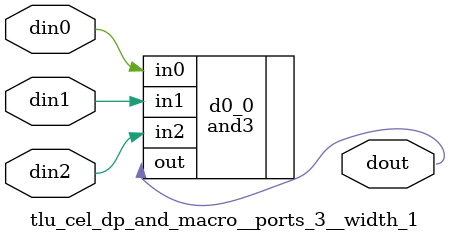
<source format=v>
module tlu_cel_dp (
  l2clk, 
  scan_in, 
  tcu_pce_ov, 
  spc_aclk, 
  spc_bclk, 
  tcu_scan_en, 
  tlu_cerer_tccp, 
  tlu_cerer_tcup, 
  tlu_cerer_tccd, 
  tlu_cerer_tcud, 
  ced_syndrome, 
  tca_ecc, 
  ced_cecc_err, 
  ced_uecc_err, 
  asi_tccup_in, 
  asi_tccud_in, 
  scan_out, 
  cel_syndrome, 
  cel_ecc, 
  cel_crit_ecc, 
  cel_tccp, 
  cel_tcup, 
  cel_tccd, 
  cel_tcud);
wire pce_ov;
wire clk;
wire stop;
wire siclk;
wire soclk;
wire se;
wire en;
wire ecc_lat_scanin;
wire ecc_lat_scanout;
wire tccp_in;
wire tcup_in;
wire tccd_in;
wire tcud_in;
wire [7:0] syndrome_in;
wire [7:0] rd_ecc;
wire tccp;
wire tcup;
wire tccd;
wire tcud;




input		l2clk;
input		scan_in;
input		tcu_pce_ov;
input		spc_aclk;
input		spc_bclk;
input		tcu_scan_en;

input		tlu_cerer_tccp;		// Correctable precise enable    
input		tlu_cerer_tcup;		// Unorrectable precise enable   
input		tlu_cerer_tccd;		// Correctable disrupting enable 
input		tlu_cerer_tcud;		// Unorrectable disrupting enable

input	[7:0]	ced_syndrome;
input	[7:0]	tca_ecc;

input		ced_cecc_err;
input		ced_uecc_err;

input		asi_tccup_in;
input		asi_tccud_in;


output		scan_out;

output	[7:0]	cel_syndrome;
output	[7:0]	cel_ecc;
output	[7:0]	cel_crit_ecc;

output		cel_tccp;
output		cel_tcup;
output		cel_tccd;
output		cel_tcud;



////////////////////////////////////////////////////////////////////////////////

assign pce_ov	= tcu_pce_ov;
assign clk      = l2clk;
assign stop	= 1'b0;
assign siclk	= spc_aclk;
assign soclk	= spc_bclk;
assign se       = tcu_scan_en;
assign en       = 1'b1;


// Data is flopped, but ECC is not...  so flop here

tlu_cel_dp_msff_macro__minbuff_1__width_28 ecc_lat  (
	.scan_in(ecc_lat_scanin),
	.scan_out(ecc_lat_scanout),
	.din	({tca_ecc		[7:0],
		  tccp_in		       ,
		  tcup_in		       ,
		  tccd_in		       ,
		  tcud_in		       ,
		  ced_syndrome		[7:0],
		  syndrome_in		[7:0]}),
	.dout	({rd_ecc		[7:0],
		  tccp			       ,
		  tcup			       ,
		  tccd			       ,
		  tcud			       ,
		  syndrome_in		[7:0],
		  cel_syndrome		[7:0]}),
  .clk(clk),
  .en(en),
  .se(se),
  .siclk(siclk),
  .soclk(soclk),
  .pce_ov(pce_ov),
  .stop(stop)
);

assign cel_crit_ecc[7:0] =
       rd_ecc[7:0];

tlu_cel_dp_buff_macro__rep_1__width_8 ecc_buf   (
	.din	(rd_ecc			[7:0]	),
	.dout	(cel_ecc		[7:0]	)
);


// Merge error signals
//assign tccp_in = 
//	 cecc_err & tlu_cerer_tccp;
//assign tcup_in = 
//	 uecc_err & tlu_cerer_tcup;
//assign tccd_in = 
//	 cecc_err & tlu_cerer_tccd;
//assign tcud_in = 
//	 uecc_err & tlu_cerer_tcud;
//assign tccp =
//	 cel_tccp & asi_tccup_in;
//assign tcup =
//	 cel_tcup & asi_tccup_in;


tlu_cel_dp_and_macro__ports_3__width_1 tccp_in_and   (
	.din0	(ced_cecc_err			),
	.din1	(tlu_cerer_tccp			),
	.din2	(asi_tccup_in			),
	.dout	(tccp_in			)
);

tlu_cel_dp_and_macro__ports_3__width_1 tcup_in_and   (
	.din0	(ced_uecc_err			),
	.din1	(tlu_cerer_tcup			),
	.din2	(asi_tccup_in			),
	.dout	(tcup_in			)
);

tlu_cel_dp_and_macro__ports_3__width_1 tccd_in_and   (
	.din0	(ced_cecc_err			),
	.din1	(tlu_cerer_tccd			),
	.din2	(asi_tccud_in			),
	.dout	(tccd_in			)
);

tlu_cel_dp_and_macro__ports_3__width_1 tcud_in_and   (
	.din0	(ced_uecc_err			),
	.din1	(tlu_cerer_tcud			),
	.din2	(asi_tccud_in			),
	.dout	(tcud_in			)
);


assign cel_tccp =
       tccp;

assign cel_tcup =
       tcup;

assign cel_tccd =
       tccd;

assign cel_tcud =
       tcud;



supply0 vss; // <- port for ground
supply1 vdd; // <- port for power

// fixscan start:
assign ecc_lat_scanin            = scan_in                  ;
assign scan_out                  = ecc_lat_scanout          ;
// fixscan end:
endmodule







// any PARAMS parms go into naming of macro

module tlu_cel_dp_msff_macro__minbuff_1__width_28 (
  din, 
  clk, 
  en, 
  se, 
  scan_in, 
  siclk, 
  soclk, 
  pce_ov, 
  stop, 
  dout, 
  scan_out);
wire l1clk;
wire siclk_out;
wire soclk_out;
wire [26:0] so;

  input [27:0] din;


  input clk;
  input en;
  input se;
  input scan_in;
  input siclk;
  input soclk;
  input pce_ov;
  input stop;



  output [27:0] dout;


  output scan_out;




cl_dp1_l1hdr_8x c0_0 (
.l2clk(clk),
.pce(en),
.aclk(siclk),
.bclk(soclk),
.l1clk(l1clk),
  .se(se),
  .pce_ov(pce_ov),
  .stop(stop),
  .siclk_out(siclk_out),
  .soclk_out(soclk_out)
);
dff #(28)  d0_0 (
.l1clk(l1clk),
.siclk(siclk_out),
.soclk(soclk_out),
.d(din[27:0]),
.si({scan_in,so[26:0]}),
.so({so[26:0],scan_out}),
.q(dout[27:0])
);




















endmodule









//
//   buff macro
//
//





module tlu_cel_dp_buff_macro__rep_1__width_8 (
  din, 
  dout);
  input [7:0] din;
  output [7:0] dout;






buff #(8)  d0_0 (
.in(din[7:0]),
.out(dout[7:0])
);








endmodule





//  
//   and macro for ports = 2,3,4
//
//





module tlu_cel_dp_and_macro__ports_3__width_1 (
  din0, 
  din1, 
  din2, 
  dout);
  input [0:0] din0;
  input [0:0] din1;
  input [0:0] din2;
  output [0:0] dout;






and3 #(1)  d0_0 (
.in0(din0[0:0]),
.in1(din1[0:0]),
.in2(din2[0:0]),
.out(dout[0:0])
);









endmodule





</source>
